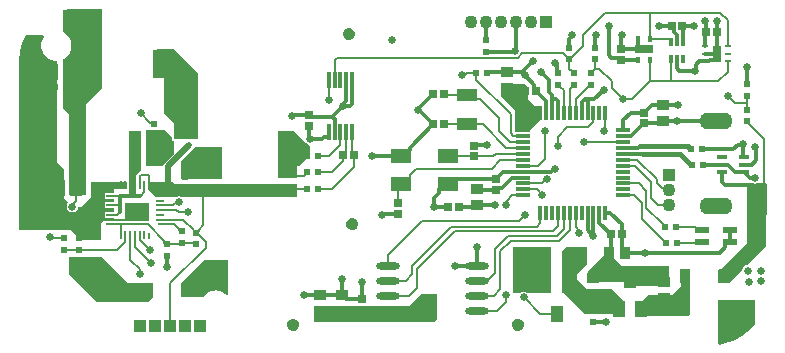
<source format=gbr>
%TF.GenerationSoftware,Altium Limited,Altium Designer,20.2.6 (244)*%
G04 Layer_Physical_Order=1*
G04 Layer_Color=255*
%FSLAX45Y45*%
%MOMM*%
%TF.SameCoordinates,BE144905-350C-4E41-9AB6-63F68E724E9C*%
%TF.FilePolarity,Positive*%
%TF.FileFunction,Copper,L1,Top,Signal*%
%TF.Part,Single*%
G01*
G75*
%TA.AperFunction,SMDPad,CuDef*%
%ADD10R,1.20000X0.30000*%
%ADD11R,0.30000X1.20000*%
%ADD12R,1.80000X1.00000*%
%ADD13R,0.91000X1.22000*%
%ADD14R,0.64000X0.64000*%
%ADD15R,1.00000X0.90000*%
%ADD16R,0.64000X0.64000*%
%ADD17R,0.55000X0.60000*%
%ADD18R,0.60000X0.55000*%
%ADD19R,0.35000X0.55000*%
%ADD20R,1.60000X0.70000*%
%ADD21R,0.35000X0.75000*%
%ADD22R,0.65000X1.35000*%
%ADD23R,0.50000X0.25000*%
%ADD24R,1.20000X0.60000*%
%ADD25R,0.90000X1.00000*%
%ADD26R,1.00000X1.40000*%
%ADD27R,1.40000X1.10000*%
%ADD28R,1.00000X2.00000*%
%ADD29R,0.50000X0.60000*%
%ADD30R,1.10000X1.40000*%
%ADD31R,0.60000X0.50000*%
%ADD32R,2.00000X1.50000*%
%ADD33R,0.50000X0.20000*%
%ADD34R,0.65000X0.20000*%
%ADD35R,0.20000X0.50000*%
%ADD36R,0.20000X0.65000*%
%ADD37R,0.25000X0.36000*%
%ADD38R,1.80000X2.40000*%
%ADD39R,1.80000X1.20000*%
%ADD40R,0.30000X1.45000*%
%ADD41R,0.85000X0.40000*%
%ADD42O,2.00000X0.60000*%
%TA.AperFunction,Conductor*%
%ADD43C,0.15000*%
%ADD44C,0.20000*%
%ADD45C,0.30000*%
%ADD46C,0.40000*%
%ADD47C,0.35000*%
%ADD48C,0.50000*%
%ADD49C,0.38100*%
%TA.AperFunction,ComponentPad*%
%ADD50C,1.10000*%
%ADD51R,1.10000X1.10000*%
G04:AMPARAMS|DCode=52|XSize=1.1mm|YSize=1.1mm|CornerRadius=0.275mm|HoleSize=0mm|Usage=FLASHONLY|Rotation=270.000|XOffset=0mm|YOffset=0mm|HoleType=Round|Shape=RoundedRectangle|*
%AMROUNDEDRECTD52*
21,1,1.10000,0.55000,0,0,270.0*
21,1,0.55000,1.10000,0,0,270.0*
1,1,0.55000,-0.27500,-0.27500*
1,1,0.55000,-0.27500,0.27500*
1,1,0.55000,0.27500,0.27500*
1,1,0.55000,0.27500,-0.27500*
%
%ADD52ROUNDEDRECTD52*%
G04:AMPARAMS|DCode=53|XSize=1.1mm|YSize=1.1mm|CornerRadius=0.1375mm|HoleSize=0mm|Usage=FLASHONLY|Rotation=270.000|XOffset=0mm|YOffset=0mm|HoleType=Round|Shape=RoundedRectangle|*
%AMROUNDEDRECTD53*
21,1,1.10000,0.82500,0,0,270.0*
21,1,0.82500,1.10000,0,0,270.0*
1,1,0.27500,-0.41250,-0.41250*
1,1,0.27500,-0.41250,0.41250*
1,1,0.27500,0.41250,0.41250*
1,1,0.27500,0.41250,-0.41250*
%
%ADD53ROUNDEDRECTD53*%
%ADD54O,2.80000X1.40000*%
%ADD55R,1.10000X1.10000*%
%TA.AperFunction,ViaPad*%
%ADD56C,0.65000*%
G36*
X730000Y2200000D02*
X599764Y2069763D01*
Y1300000D01*
X450000D01*
Y1980000D01*
X400000Y2030000D01*
Y2447271D01*
X402678Y2448381D01*
X404766Y2449776D01*
X407085Y2450737D01*
X423873Y2461954D01*
X425647Y2463728D01*
X427735Y2465124D01*
X442013Y2479401D01*
X443407Y2481488D01*
X445182Y2483263D01*
X456400Y2500051D01*
X457360Y2502370D01*
X458755Y2504458D01*
X466482Y2523112D01*
X466972Y2525574D01*
X467933Y2527894D01*
X471872Y2547696D01*
Y2550207D01*
X472362Y2552669D01*
Y2562765D01*
Y2572860D01*
X471872Y2575322D01*
Y2577833D01*
X467933Y2597636D01*
X466972Y2599955D01*
X466482Y2602417D01*
X458755Y2621071D01*
X457360Y2623159D01*
X456400Y2625478D01*
X445182Y2642266D01*
X443408Y2644040D01*
X442013Y2646128D01*
X427735Y2660405D01*
X425648Y2661800D01*
X423873Y2663575D01*
X407085Y2674793D01*
X404766Y2675753D01*
X402678Y2677148D01*
X400000Y2678258D01*
Y2867481D01*
X457532Y2875270D01*
X487907Y2875378D01*
X487908Y2875378D01*
X599828Y2875660D01*
X599890Y2875672D01*
X599952Y2875661D01*
X688501Y2876314D01*
X730000D01*
Y2200000D01*
D02*
G37*
G36*
X2848323Y2702388D02*
X2862388Y2688323D01*
X2870000Y2669946D01*
Y2660000D01*
Y2650055D01*
X2862388Y2631677D01*
X2848323Y2617612D01*
X2829946Y2610000D01*
X2810055D01*
X2791677Y2617612D01*
X2777612Y2631677D01*
X2770000Y2650055D01*
Y2660000D01*
Y2669946D01*
X2777612Y2688323D01*
X2791677Y2702388D01*
X2810055Y2710000D01*
X2829946D01*
X2848323Y2702388D01*
D02*
G37*
G36*
X4340000Y2210000D02*
Y2110000D01*
X4400000Y2050000D01*
X4450000D01*
Y1940000D01*
X4340000Y1830000D01*
X4230000D01*
Y2020000D01*
X4110000Y2140000D01*
Y2240000D01*
X4310000D01*
X4340000Y2210000D01*
D02*
G37*
G36*
X1540000Y2330000D02*
Y1770000D01*
X1340000D01*
Y1910000D01*
X1260000Y1990000D01*
Y2290000D01*
X1200000Y2350000D01*
Y2530000D01*
X1340000D01*
X1540000Y2330000D01*
D02*
G37*
G36*
X1323764Y1786236D02*
Y1770000D01*
X1325000Y1767016D01*
Y1760000D01*
X1327906D01*
X1328520Y1758519D01*
X1340000Y1753764D01*
Y1647677D01*
X1261162Y1568838D01*
X1252321Y1555607D01*
X1251806Y1553018D01*
X1251505Y1551505D01*
X1240000Y1540000D01*
X1100000D01*
Y1850000D01*
X1260000D01*
X1323764Y1786236D01*
D02*
G37*
G36*
X2444442Y1755558D02*
X2445256Y1751466D01*
X2455755Y1735754D01*
X2471466Y1725256D01*
X2475558Y1724442D01*
X2490000Y1710000D01*
Y1630000D01*
X2400000Y1540000D01*
X2380000D01*
Y1440000D01*
X2220000D01*
Y1840000D01*
X2360000D01*
X2444442Y1755558D01*
D02*
G37*
G36*
X1750000Y1430000D02*
X1400000D01*
Y1580000D01*
X1520000Y1700000D01*
X1750000D01*
Y1430000D01*
D02*
G37*
G36*
X6357760Y1391001D02*
X6355533Y865533D01*
X6196082Y706082D01*
X6181466Y703175D01*
X6165754Y692676D01*
X6155256Y676964D01*
X6152349Y662349D01*
X6039999Y549999D01*
X5950000Y550000D01*
Y661019D01*
X5958981Y670000D01*
X5969999Y669999D01*
X6189999Y889999D01*
X6190000Y1400000D01*
X6234366D01*
X6241466Y1395256D01*
X6260000Y1391569D01*
X6278534Y1395256D01*
X6285634Y1400000D01*
X6348799D01*
X6357760Y1391001D01*
D02*
G37*
G36*
X1350000Y1390000D02*
X2380000D01*
Y1280000D01*
X1405634D01*
X1398534Y1284744D01*
X1380000Y1288431D01*
X1361466Y1284744D01*
X1354366Y1280000D01*
X1190000D01*
X1120000Y1350000D01*
Y1410000D01*
X1330000D01*
X1350000Y1390000D01*
D02*
G37*
G36*
X1060000Y1510000D02*
X1020000Y1470000D01*
Y1272732D01*
X960230D01*
X960000Y1272962D01*
Y1840000D01*
X1060000D01*
Y1510000D01*
D02*
G37*
G36*
X2878323Y1092388D02*
X2892388Y1078323D01*
X2900000Y1059946D01*
Y1050000D01*
Y1040055D01*
X2892388Y1021677D01*
X2878323Y1007612D01*
X2859946Y1000000D01*
X2840055D01*
X2821677Y1007612D01*
X2807612Y1021677D01*
X2800000Y1040055D01*
Y1050000D01*
Y1059946D01*
X2807612Y1078323D01*
X2821677Y1092388D01*
X2840055Y1100000D01*
X2859946D01*
X2878323Y1092388D01*
D02*
G37*
G36*
X240243Y2637300D02*
X232344Y2625478D01*
X231383Y2623159D01*
X229988Y2621071D01*
X222261Y2602417D01*
X221771Y2599954D01*
X220811Y2597635D01*
X216872Y2577833D01*
Y2575322D01*
X216382Y2572860D01*
Y2552669D01*
X216872Y2550207D01*
Y2547697D01*
X220811Y2527894D01*
X221772Y2525574D01*
X222261Y2523112D01*
X229988Y2504458D01*
X231383Y2502370D01*
X232344Y2500051D01*
X243561Y2483264D01*
X245336Y2481489D01*
X246731Y2479401D01*
X261008Y2465124D01*
X263095Y2463729D01*
X264870Y2461954D01*
X281659Y2450737D01*
X283977Y2449776D01*
X286065Y2448381D01*
X304719Y2440654D01*
X307182Y2440164D01*
X309501Y2439204D01*
X329304Y2435265D01*
X331814D01*
X334276Y2434775D01*
X350000D01*
Y1580000D01*
X410000Y1520000D01*
Y1270000D01*
X445755Y1234245D01*
X435256Y1218534D01*
X431569Y1200000D01*
X435256Y1181466D01*
X445755Y1165754D01*
X461466Y1155256D01*
X480000Y1151569D01*
X498534Y1155256D01*
X514246Y1165754D01*
X524744Y1181466D01*
X528431Y1200000D01*
X560000D01*
X640000Y1280000D01*
Y1410000D01*
X940000D01*
Y1350000D01*
X830000D01*
Y1315490D01*
X800000D01*
X797538Y1315000D01*
X752500D01*
Y1265000D01*
X797538D01*
X800000Y1264510D01*
X830000D01*
Y1235490D01*
X800000D01*
X797538Y1235000D01*
X752500D01*
Y1185000D01*
X797538D01*
X800000Y1184510D01*
X830000D01*
Y1155490D01*
X800000D01*
X797538Y1155000D01*
X752500D01*
Y1105000D01*
X797538D01*
X800000Y1104510D01*
X830000D01*
Y1080000D01*
X740000D01*
X720000Y1060000D01*
Y920000D01*
X510000D01*
Y960000D01*
X470000Y1000000D01*
X37416D01*
X28455Y1009000D01*
X30373Y1462086D01*
X30352Y1462194D01*
X30373Y1462302D01*
X27210Y2209373D01*
X27208Y2209381D01*
X27210Y2209389D01*
X26667Y2321759D01*
X26664Y2321775D01*
X26667Y2321792D01*
X26129Y2409644D01*
X25980Y2440047D01*
X33627Y2500370D01*
X49089Y2559176D01*
X72102Y2615461D01*
X91838Y2650000D01*
X234017D01*
X240243Y2637300D01*
D02*
G37*
G36*
X5060000Y841020D02*
X5059999Y769999D01*
X5129998Y700000D01*
X5530000D01*
Y530000D01*
X5180000D01*
Y550000D01*
X5170000Y560000D01*
X4850000D01*
X4850000Y650000D01*
X4979999Y779999D01*
X4980000Y850000D01*
X5051020D01*
X5060000Y841020D01*
D02*
G37*
G36*
X4530000Y470000D02*
X4325633D01*
X4318534Y474744D01*
X4300000Y478431D01*
X4281466Y474744D01*
X4274367Y470000D01*
X4210000D01*
Y860000D01*
X4530000D01*
Y470000D01*
D02*
G37*
G36*
X1800000Y454595D02*
X1787300Y449334D01*
X1777733Y458901D01*
X1775646Y460295D01*
X1773871Y462070D01*
X1757083Y473288D01*
X1754764Y474248D01*
X1752676Y475643D01*
X1734022Y483370D01*
X1731560Y483860D01*
X1729240Y484821D01*
X1709438Y488760D01*
X1706927D01*
X1704465Y489249D01*
X1684274D01*
X1681812Y488760D01*
X1679301D01*
X1659499Y484821D01*
X1657179Y483860D01*
X1654717Y483370D01*
X1636063Y475643D01*
X1633975Y474248D01*
X1631656Y473288D01*
X1614869Y462070D01*
X1613094Y460296D01*
X1611006Y458901D01*
X1596729Y444623D01*
X1595334Y442536D01*
X1593559Y440761D01*
X1586368Y430000D01*
X1400000D01*
Y550000D01*
X1600000Y750000D01*
X1800000D01*
Y454595D01*
D02*
G37*
G36*
X950000Y550000D02*
X1160000D01*
Y430000D01*
X1120000Y390000D01*
X690000D01*
X450000Y630000D01*
Y770000D01*
X730000D01*
X950000Y550000D01*
D02*
G37*
G36*
X4840000Y710000D02*
X4750000Y620000D01*
Y590000D01*
X4840000Y500000D01*
X5050000D01*
X5150000Y400000D01*
Y290000D01*
X4820000D01*
X4630000Y480000D01*
Y820000D01*
X4670000Y860000D01*
X4840000D01*
Y710000D01*
D02*
G37*
G36*
X5710000Y410000D02*
Y290000D01*
X5690000Y270000D01*
X5250000D01*
Y400000D01*
X5300000D01*
X5350000Y450000D01*
X5560000D01*
X5630000Y520000D01*
Y670000D01*
X5710000D01*
Y410000D01*
D02*
G37*
G36*
X3570000Y250000D02*
X3540000Y220000D01*
X2530000D01*
Y360000D01*
X3330000D01*
X3430000Y460000D01*
X3570000D01*
Y250000D01*
D02*
G37*
G36*
X4278323Y242388D02*
X4292388Y228323D01*
X4300000Y209946D01*
Y200000D01*
Y190055D01*
X4292388Y171678D01*
X4278323Y157612D01*
X4259946Y150000D01*
X4240055D01*
X4221677Y157612D01*
X4207612Y171678D01*
X4200000Y190055D01*
Y200000D01*
Y209946D01*
X4207612Y228323D01*
X4221677Y242388D01*
X4240055Y250000D01*
X4259946D01*
X4278323Y242388D01*
D02*
G37*
G36*
X2378323D02*
X2392388Y228323D01*
X2400000Y209946D01*
Y200000D01*
Y190055D01*
X2392388Y171678D01*
X2378323Y157612D01*
X2359946Y150000D01*
X2340055D01*
X2321678Y157612D01*
X2307612Y171678D01*
X2300000Y190055D01*
Y200000D01*
Y209946D01*
X2307612Y228323D01*
X2321678Y242388D01*
X2340055Y250000D01*
X2359946D01*
X2378323Y242388D01*
D02*
G37*
G36*
X6260000Y209530D02*
X6238612Y181895D01*
X6195435Y139082D01*
X6147034Y102275D01*
X6094242Y72108D01*
X6037958Y49094D01*
X5979154Y33630D01*
X5959529Y31142D01*
X5950000Y39538D01*
Y410000D01*
X6260000D01*
Y209530D01*
D02*
G37*
D10*
X4292475Y1845050D02*
D03*
Y1795050D02*
D03*
Y1745050D02*
D03*
Y1695050D02*
D03*
Y1645050D02*
D03*
Y1595050D02*
D03*
Y1545050D02*
D03*
Y1495050D02*
D03*
Y1445050D02*
D03*
Y1395050D02*
D03*
Y1345050D02*
D03*
Y1295050D02*
D03*
X5142475D02*
D03*
Y1345050D02*
D03*
Y1395050D02*
D03*
Y1445050D02*
D03*
Y1495050D02*
D03*
Y1545050D02*
D03*
Y1595050D02*
D03*
Y1645050D02*
D03*
Y1695050D02*
D03*
Y1745050D02*
D03*
Y1795050D02*
D03*
Y1845050D02*
D03*
D11*
X4442475Y1145050D02*
D03*
X4492475D02*
D03*
X4542475D02*
D03*
X4592475D02*
D03*
X4642475D02*
D03*
X4692475D02*
D03*
X4742475D02*
D03*
X4792475D02*
D03*
X4842475D02*
D03*
X4892475D02*
D03*
X4942475D02*
D03*
X4992475D02*
D03*
Y1995050D02*
D03*
X4942475D02*
D03*
X4892475D02*
D03*
X4842475D02*
D03*
X4792475D02*
D03*
X4742475D02*
D03*
X4692475D02*
D03*
X4642475D02*
D03*
X4592475D02*
D03*
X4542475D02*
D03*
X4492475D02*
D03*
X4442475D02*
D03*
D12*
X3820000Y1895725D02*
D03*
Y2145725D02*
D03*
D13*
X5666500Y350000D02*
D03*
X5993500D02*
D03*
X5666500Y610000D02*
D03*
X5993500D02*
D03*
X1116500Y490000D02*
D03*
X1443500D02*
D03*
X4793500Y800000D02*
D03*
X4466500D02*
D03*
D14*
X4070000Y1344000D02*
D03*
Y1436000D02*
D03*
X3240000Y1134000D02*
D03*
Y1226000D02*
D03*
X3880000Y1716000D02*
D03*
Y1624000D02*
D03*
X5128794Y2444000D02*
D03*
Y2536000D02*
D03*
X2930000Y324000D02*
D03*
Y416000D02*
D03*
X2487475Y1880000D02*
D03*
Y1972000D02*
D03*
X5320000Y1904000D02*
D03*
Y1996000D02*
D03*
D15*
X3910000Y1212500D02*
D03*
Y1347500D02*
D03*
X4157475Y2200076D02*
D03*
Y2335076D02*
D03*
X5477525Y2060000D02*
D03*
Y1925000D02*
D03*
X5489975Y422500D02*
D03*
Y557500D02*
D03*
X4890000Y462500D02*
D03*
Y597500D02*
D03*
X2760000Y312500D02*
D03*
Y447500D02*
D03*
X2574974Y312500D02*
D03*
Y447500D02*
D03*
D16*
X3660000Y1200000D02*
D03*
X3752000D02*
D03*
X3534000Y2150000D02*
D03*
X3626000D02*
D03*
X3536475Y1900000D02*
D03*
X3628475D02*
D03*
X5844000Y2675041D02*
D03*
X5936000D02*
D03*
X5130000Y967525D02*
D03*
X5038000D02*
D03*
X2866000Y1640000D02*
D03*
X2774000D02*
D03*
X5554000Y2730000D02*
D03*
X5646000D02*
D03*
X4407475Y2180051D02*
D03*
X4315475D02*
D03*
D17*
X3900000Y2330000D02*
D03*
X3995000D02*
D03*
X5815000Y1685025D02*
D03*
X5720000D02*
D03*
X5817500Y1550000D02*
D03*
X5722500D02*
D03*
X5500000Y1030000D02*
D03*
X5595000D02*
D03*
X5502500Y894975D02*
D03*
X5597500D02*
D03*
X2562525Y1625025D02*
D03*
X2467525D02*
D03*
X2562525Y1490000D02*
D03*
X2467525D02*
D03*
X2562525Y1350000D02*
D03*
X2467525D02*
D03*
D18*
X3980000Y2512500D02*
D03*
Y2607500D02*
D03*
X4687475Y2542576D02*
D03*
Y2447576D02*
D03*
X4592450Y2232551D02*
D03*
Y2327551D02*
D03*
X4727475Y2232551D02*
D03*
Y2327551D02*
D03*
X4867384Y2232551D02*
D03*
Y2327551D02*
D03*
X4907475Y2542577D02*
D03*
Y2447577D02*
D03*
X6190000Y2140000D02*
D03*
Y2235000D02*
D03*
X4890000Y315000D02*
D03*
Y220000D02*
D03*
X6190000Y2015000D02*
D03*
Y1920000D02*
D03*
D19*
X5270000Y2437500D02*
D03*
X5370000D02*
D03*
Y2622500D02*
D03*
X5270000D02*
D03*
D20*
X5320000Y2530000D02*
D03*
D21*
X5550000Y2450000D02*
D03*
X5600000D02*
D03*
X5650000D02*
D03*
Y2590000D02*
D03*
X5600000D02*
D03*
X5550000D02*
D03*
D22*
X5935001Y2495001D02*
D03*
D23*
X6030001Y2560001D02*
D03*
Y2495001D02*
D03*
Y2430001D02*
D03*
X5840001D02*
D03*
Y2495001D02*
D03*
Y2560001D02*
D03*
D24*
X5810000Y1000000D02*
D03*
Y900000D02*
D03*
X6050000D02*
D03*
Y1000000D02*
D03*
D25*
X5157500Y810000D02*
D03*
X5022500D02*
D03*
D26*
X5105000Y332500D02*
D03*
X5295000D02*
D03*
X5200000Y577500D02*
D03*
X4674974Y537500D02*
D03*
X4484975D02*
D03*
X4579974Y292500D02*
D03*
D27*
X2310000Y1340000D02*
D03*
Y1490000D02*
D03*
X1590025Y1335000D02*
D03*
Y1485000D02*
D03*
D28*
X1010000Y1740000D02*
D03*
X510000D02*
D03*
D29*
X430000Y2210000D02*
D03*
X330000D02*
D03*
D30*
X455000Y2340000D02*
D03*
X305000D02*
D03*
X515000Y1359975D02*
D03*
X365000D02*
D03*
D31*
X1280000Y780000D02*
D03*
Y880000D02*
D03*
X1405025Y990000D02*
D03*
Y890000D02*
D03*
X1530050Y980000D02*
D03*
Y880000D02*
D03*
X540000Y830000D02*
D03*
Y930000D02*
D03*
X410000Y830000D02*
D03*
Y930000D02*
D03*
X1430000Y1350000D02*
D03*
Y1450000D02*
D03*
X1370000Y1800000D02*
D03*
X1170000Y1705000D02*
D03*
Y1895000D02*
D03*
D32*
X1030000Y1150000D02*
D03*
D33*
X1227500Y1050000D02*
D03*
D34*
X1220000Y1290000D02*
D03*
Y1250000D02*
D03*
Y1210000D02*
D03*
Y1170000D02*
D03*
Y1130000D02*
D03*
Y1090000D02*
D03*
X800000Y1050000D02*
D03*
Y1090000D02*
D03*
Y1130000D02*
D03*
Y1170000D02*
D03*
Y1210000D02*
D03*
Y1250000D02*
D03*
Y1290000D02*
D03*
D35*
X1130000Y952500D02*
D03*
D36*
X1090000Y960000D02*
D03*
X1050000D02*
D03*
X1010000D02*
D03*
X970000D02*
D03*
X930000D02*
D03*
X890000D02*
D03*
Y1380000D02*
D03*
X930000D02*
D03*
X970000D02*
D03*
X1130000D02*
D03*
X1090000D02*
D03*
X1050000D02*
D03*
X1010000D02*
D03*
D37*
X1470000Y1800000D02*
D03*
Y1720000D02*
D03*
D38*
X1250000Y2410000D02*
D03*
X650000D02*
D03*
D39*
X3660000Y1630725D02*
D03*
X3260000Y1390725D02*
D03*
X3660000D02*
D03*
X3260000Y1630725D02*
D03*
D40*
X2650000Y2270001D02*
D03*
X2850000D02*
D03*
X2800000D02*
D03*
X2750000D02*
D03*
X2700000D02*
D03*
X2650000Y1830000D02*
D03*
X2700000D02*
D03*
X2750000D02*
D03*
X2800000D02*
D03*
X2850000D02*
D03*
D41*
X6165000Y1490000D02*
D03*
Y1555000D02*
D03*
Y1620000D02*
D03*
X5980000D02*
D03*
Y1490000D02*
D03*
D42*
X3910000Y319500D02*
D03*
X3150000Y700500D02*
D03*
Y319500D02*
D03*
Y573500D02*
D03*
Y446499D02*
D03*
X3910000Y573500D02*
D03*
Y700500D02*
D03*
Y446500D02*
D03*
D43*
X1550050Y965000D02*
X1552550Y962500D01*
Y957450D02*
Y962500D01*
Y957450D02*
X1610000Y900000D01*
X1310000Y550000D02*
X1610000Y850000D01*
Y900000D01*
X1310000Y190000D02*
Y550000D01*
D44*
X4300000Y430000D02*
X4437500Y292500D01*
X4150000Y390000D02*
Y450000D01*
X4079500Y319500D02*
X4150000Y390000D01*
X4635051Y2497500D02*
X4684975Y2447576D01*
X4251317Y2460000D02*
X4288817Y2497500D01*
X2700000Y2438284D02*
X2721716Y2460000D01*
X4251317D01*
X4288817Y2497500D02*
X4635051D01*
X2700000Y2270001D02*
Y2438284D01*
X4455050Y1395050D02*
X4492550Y1432550D01*
X4500000D01*
X4770000Y980000D02*
Y996691D01*
X4742475Y1024216D02*
X4770000Y996691D01*
X1155000Y1910000D02*
X1170000Y1895000D01*
X1140000Y1910000D02*
X1155000D01*
X1060000Y1990000D02*
X1140000Y1910000D01*
X1050000Y630000D02*
Y670000D01*
X970000Y750000D02*
X1050000Y670000D01*
X970000Y750000D02*
Y960000D01*
X1010000Y860000D02*
X1150000Y720000D01*
X1010000Y860000D02*
Y960000D01*
X1180000Y187000D02*
X1183000Y190000D01*
X1056000D02*
Y199471D01*
X1310000Y190000D02*
X1313284Y186715D01*
X1260000Y895000D02*
X1275000Y880000D01*
X1420050Y1090000D02*
X1510050Y1000000D01*
X1280000Y880000D02*
X1395025D01*
X1510050Y995000D02*
Y1000000D01*
X1260000Y895000D02*
Y910000D01*
X1525050Y980000D02*
X1530050D01*
X1120000Y1050000D02*
X1260000Y910000D01*
X1510050Y995000D02*
X1525050Y980000D01*
X890000Y1050000D02*
X1120000D01*
X1220000Y1090000D02*
X1420050D01*
X1275000Y880000D02*
X1280000D01*
X1530050Y980000D02*
X1535050D01*
X1061716Y1470000D02*
X1118284D01*
X1130000Y1380000D02*
Y1458284D01*
X1118284Y1470000D02*
X1130000Y1458284D01*
X1050000Y1380000D02*
Y1458284D01*
X1061716Y1470000D01*
X4684975Y2447576D02*
X4687475D01*
X6340000Y1400000D02*
Y1770000D01*
X6270000Y1330000D02*
X6340000Y1400000D01*
X3910000Y319500D02*
X4079500D01*
X6190000Y1920000D02*
X6192500D01*
X6210000Y1902500D01*
Y1900000D02*
Y1902500D01*
Y1900000D02*
X6340000Y1770000D01*
X4814950Y1745050D02*
X5142475D01*
X4810000Y1750000D02*
X4814950Y1745050D01*
X4980000Y1840000D02*
Y1857589D01*
X4992475Y1870064D01*
Y1995050D01*
X4850000Y1870000D02*
X4892475Y1912475D01*
X4670000Y1870000D02*
X4850000D01*
X4590000Y1710000D02*
Y1790000D01*
X4670000Y1870000D01*
X4892475Y1912475D02*
Y1995050D01*
X4480000Y1600000D02*
Y1840000D01*
X4292475Y1545050D02*
X4425050D01*
X4480000Y1600000D01*
X3817589Y2330000D02*
X3900000D01*
X3797589Y2310000D02*
X3817589Y2330000D01*
X3780000Y2310000D02*
X3797589D01*
X3240000Y1226000D02*
Y1370725D01*
X3260000Y1390725D01*
X4105050Y1595050D02*
X4292475D01*
X4030000Y1520000D02*
X4105050Y1595050D01*
X3389275Y1520000D02*
X4030000D01*
X3260000Y1390725D02*
X3286213D01*
X3336213Y1440725D01*
Y1466938D01*
X3389275Y1520000D01*
X3666725Y1624000D02*
X3880000D01*
X3660000Y1630725D02*
X3666725Y1624000D01*
X3880000D02*
X4044000D01*
X4065050Y1645050D02*
X4292475D01*
X4044000Y1624000D02*
X4065050Y1645050D01*
X4150000Y1210000D02*
X4158610Y1218610D01*
Y1248611D01*
X4205050Y1295050D01*
X3150000Y790000D02*
X3440000Y1080000D01*
X4260000D02*
X4310000Y1130000D01*
X3440000Y1080000D02*
X4260000D01*
X4154950Y1695050D02*
X4292475D01*
X3820000Y1895725D02*
X3954275D01*
X4154950Y1695050D01*
X3628475Y1900000D02*
X3815725D01*
X3820000Y1895725D01*
X3630275Y2145725D02*
X3820000D01*
X3626000Y2150000D02*
X3630275Y2145725D01*
X3820000D02*
X3854010Y2111716D01*
X3928284D01*
X4090000Y1950000D01*
Y1840000D02*
X4184949Y1745050D01*
X4090000Y1840000D02*
Y1950000D01*
X4184949Y1745050D02*
X4292475D01*
X800000Y1090000D02*
X970000D01*
X1030000Y1150000D01*
X1535050Y980000D02*
X1550050Y965000D01*
X1590025Y1044975D02*
Y1335000D01*
X1550050Y1005000D02*
X1590025Y1044975D01*
X1550050Y995000D02*
Y1005000D01*
X1535050Y980000D02*
X1550050Y995000D01*
X1380000Y1150000D02*
X1460000D01*
X1220000Y1170000D02*
X1360000D01*
X1380000Y1150000D01*
X1227500Y1050000D02*
X1345025D01*
X1385025Y1010000D01*
Y1005000D02*
Y1010000D01*
Y1005000D02*
X1400025Y990000D01*
X1405025D01*
Y890000D02*
X1520050D01*
X1530050Y880000D01*
X1395025D02*
X1405025Y890000D01*
X800000Y1050000D02*
X890000D01*
Y960000D02*
Y1050000D01*
X300000Y930000D02*
X410000D01*
X290000Y940000D02*
X300000Y930000D01*
X480000Y1200000D02*
Y1209216D01*
X515000Y1244216D01*
Y1359975D01*
X410000Y830000D02*
X540000D01*
X930000Y900000D02*
Y960000D01*
X860000Y830000D02*
X930000Y900000D01*
X540000Y830000D02*
X860000D01*
X800000Y1210000D02*
X870000D01*
X880000Y1220000D01*
X800000Y1290000D02*
X880000D01*
X1090000Y1320000D02*
Y1380000D01*
X1060000Y1290000D02*
X1090000Y1320000D01*
X1050000Y1290000D02*
X1060000D01*
X800000Y1130000D02*
X860000D01*
X880000Y1150000D01*
X1220000Y1210000D02*
X1335784D01*
X1365784Y1240000D01*
X1380000D01*
X1050000Y920000D02*
Y960000D01*
Y920000D02*
X1140000Y830000D01*
X1170000Y1895000D02*
X1175000D01*
X1190000Y1880000D01*
X2650000Y2270001D02*
X2650000Y2270000D01*
Y2100000D02*
Y2270000D01*
X5140000Y2110000D02*
X5220000D01*
X5370000Y2260000D01*
X5050000Y2200000D02*
X5140000Y2110000D01*
X5050000Y2200000D02*
Y2260000D01*
X6190000Y2077500D02*
Y2140000D01*
Y2015000D02*
Y2077500D01*
X4292475Y1395050D02*
X4455050D01*
X4414950Y1345050D02*
X4460000Y1300000D01*
X4292475Y1345050D02*
X4414950D01*
X6030000Y2140000D02*
X6092500Y2077500D01*
X6190000D01*
X4437500Y292500D02*
X4579974D01*
X4205050Y1295050D02*
X4292475D01*
X3150000Y700500D02*
Y790000D01*
X4742475Y1024216D02*
Y1145050D01*
X3150000Y573500D02*
X3303500D01*
X3360000Y630000D01*
Y700000D01*
X3690000Y1030000D01*
X4410000D01*
X4442475Y1062475D02*
Y1145050D01*
X4410000Y1030000D02*
X4442475Y1062475D01*
X3150000Y446499D02*
X3156500Y440000D01*
X3330000D01*
X3400000Y510000D01*
Y670000D01*
X3720000Y990000D02*
X4550000D01*
X3400000Y670000D02*
X3720000Y990000D01*
X4592475Y1032475D02*
Y1145050D01*
X4550000Y990000D02*
X4592475Y1032475D01*
X3910000Y446500D02*
X4046500D01*
X4100000Y500000D01*
Y820000D01*
X4190000Y910000D02*
X4600000D01*
X4100000Y820000D02*
X4190000Y910000D01*
X4692475Y1002475D02*
Y1145050D01*
X4600000Y910000D02*
X4692475Y1002475D01*
X4170000Y950000D02*
X4580000D01*
X4642475Y1012475D02*
Y1145050D01*
X4580000Y950000D02*
X4642475Y1012475D01*
X3910000Y573500D02*
X3990824D01*
X4006500Y589176D01*
X4009176D01*
X4060000Y640000D01*
Y840000D01*
X4170000Y950000D01*
X4687475Y2367551D02*
Y2447576D01*
X5370000Y2622500D02*
Y2840000D01*
Y2622500D02*
X5375000Y2617500D01*
X4990000Y2840000D02*
X5370000D01*
X5965459D01*
X2562525Y1625025D02*
X2655025D01*
X2750000Y1720000D02*
Y1830000D01*
X2655025Y1625025D02*
X2750000Y1720000D01*
X2774000Y1640000D02*
X2796000Y1662000D01*
Y1669717D01*
X2800000Y1673716D01*
Y1830000D01*
X2850000Y1656000D02*
X2866000Y1640000D01*
X2850000Y1656000D02*
Y1830000D01*
X2866000Y1536000D02*
Y1640000D01*
X2680000Y1350000D02*
X2866000Y1536000D01*
X2562525Y1350000D02*
X2680000D01*
X2774000Y1584000D02*
Y1640000D01*
X2680000Y1490000D02*
X2774000Y1584000D01*
X2562525Y1490000D02*
X2680000D01*
X2467525Y1487500D02*
Y1490000D01*
X2450025Y1470000D02*
X2467525Y1487500D01*
X2450000Y1470000D02*
X2450025D01*
X2440000Y1460000D02*
X2450000Y1470000D01*
X2340000Y1460000D02*
X2440000D01*
X2310000Y1490000D02*
X2340000Y1460000D01*
X2310000Y1340000D02*
X2320000Y1350000D01*
X2467525D01*
X3900000Y2270000D02*
Y2330000D01*
Y2270000D02*
X4190000Y1980000D01*
Y1820000D02*
Y1980000D01*
Y1820000D02*
X4214950Y1795050D01*
X4292475D01*
X5965459Y2840000D02*
X6030001Y2775459D01*
Y2560001D02*
Y2775459D01*
X5550000Y2590000D02*
Y2610000D01*
X5542500Y2617500D02*
X5550000Y2610000D01*
X5375000Y2617500D02*
X5542500D01*
X4800000Y2650000D02*
X4990000Y2840000D01*
X4687475Y2447576D02*
X4689975D01*
X4707475Y2465076D01*
Y2467576D01*
X4800000Y2560101D01*
Y2650000D01*
X5370000Y2260000D02*
X5550000D01*
X5370000Y2260000D02*
Y2437500D01*
X5370000Y2260000D02*
X5370000Y2260000D01*
X5550000Y2260000D02*
X5950000D01*
X5550000D02*
Y2450000D01*
X6030001Y2340001D02*
Y2430001D01*
X5950000Y2260000D02*
X6030001Y2340001D01*
X4942358Y2367642D02*
X5050000Y2260000D01*
X4907475Y2367642D02*
X4942358D01*
X4867384Y2327551D02*
X4869884D01*
X4887384Y2345051D01*
Y2347551D01*
X4907475Y2367642D01*
Y2447577D01*
X4724975Y2327551D02*
X4727475D01*
X4707475Y2345051D02*
X4724975Y2327551D01*
X4707475Y2345051D02*
Y2347551D01*
X4687475Y2367551D02*
X4707475Y2347551D01*
X4742475Y1995050D02*
Y2107642D01*
X4847384Y2212551D01*
Y2215051D01*
X4864884Y2232551D01*
X4867384D01*
X4692475Y1995050D02*
Y2197551D01*
X4707475Y2212551D01*
Y2215050D01*
X4724975Y2232551D01*
X4727475D01*
X4642475Y1995050D02*
Y2182526D01*
X4612450Y2212551D02*
X4642475Y2182526D01*
X4612450Y2212551D02*
Y2215051D01*
X4594950Y2232551D02*
X4612450Y2215051D01*
X4592450Y2232551D02*
X4594950D01*
X5597500Y894975D02*
X5804975D01*
X5810000Y900000D01*
X5595000Y1030000D02*
X5750000D01*
X5780000Y1000000D01*
X5810000D01*
X5502500Y894975D02*
Y897475D01*
X5485000Y914975D02*
X5502500Y897475D01*
X5482500Y914975D02*
X5485000D01*
X5300000Y1097475D02*
X5482500Y914975D01*
X5300000Y1097475D02*
Y1230000D01*
X5480000Y1050000D02*
X5482500D01*
X5340000Y1190000D02*
X5480000Y1050000D01*
X5482500D02*
X5500000Y1032500D01*
X5340000Y1190000D02*
Y1330000D01*
X5234950Y1295050D02*
X5300000Y1230000D01*
X5142475Y1295050D02*
X5234950D01*
X5500000Y1030000D02*
Y1032500D01*
X5142475Y1395050D02*
X5274950D01*
X5340000Y1330000D01*
X5270051Y1697295D02*
X5271001Y1698245D01*
X5306755Y1643245D02*
X5310409Y1646900D01*
X5142475Y1695050D02*
X5144720Y1697295D01*
X5512779Y1357221D02*
X5530000Y1340000D01*
X5472779Y1357221D02*
X5512779D01*
X5430000Y1400000D02*
X5472779Y1357221D01*
X5264950Y1595050D02*
X5430000Y1430000D01*
Y1400000D02*
Y1430000D01*
X5142475Y1595050D02*
X5264950D01*
X5437000Y1213000D02*
X5530000D01*
X5380000Y1270000D02*
X5437000Y1213000D01*
X5244950Y1545050D02*
X5380000Y1410000D01*
Y1270000D02*
Y1410000D01*
X5142475Y1545050D02*
X5244950D01*
D45*
X4157475Y2335076D02*
X4285076D01*
X4380000Y2430000D01*
X4222500Y2512500D02*
X4230000Y2520000D01*
X3980000Y2512500D02*
X4222500D01*
X4292475Y1495050D02*
X4530167D01*
X4555117Y1520000D01*
X4570000D01*
X4892475Y1091263D02*
Y1145050D01*
X4890000Y1088788D02*
X4892475Y1091263D01*
X4890000Y950000D02*
Y1088788D01*
X4842475Y997525D02*
Y1145050D01*
Y997525D02*
X4890000Y950000D01*
X3910000Y700500D02*
Y860000D01*
X2930000Y416000D02*
Y560000D01*
X2760000Y447500D02*
X2760000Y447501D01*
Y590000D01*
X1280000Y690000D02*
Y780000D01*
X4710000Y2640529D02*
Y2650000D01*
X4687475Y2618004D02*
X4710000Y2640529D01*
X4907475Y2542577D02*
Y2647475D01*
X4910000Y2650000D01*
X4687475Y2542576D02*
Y2618004D01*
X4580524Y2339478D02*
X4592450Y2327551D01*
X4580524Y2339478D02*
Y2401976D01*
X4570000Y2412500D02*
X4580524Y2401976D01*
X2342000Y1972000D02*
X2487475D01*
X2340000Y1970000D02*
X2342000Y1972000D01*
X2487475Y1772525D02*
X2592525D01*
X4450000Y2340000D02*
X4520000Y2270000D01*
X4237000Y2527000D02*
Y2760000D01*
X4230000Y2520000D02*
X4237000Y2527000D01*
X6260000Y1700000D02*
X6270000Y1690000D01*
Y1590000D02*
Y1690000D01*
X6165000Y1555000D02*
X6235000D01*
X6270000Y1590000D01*
X3416475Y2020000D02*
X3536475Y1900000D01*
X3410000Y2020000D02*
X3416475D01*
X3410000Y2026000D02*
X3534000Y2150000D01*
X3410000Y2020000D02*
Y2026000D01*
X3335000Y1698525D02*
X3536475Y1900000D01*
X3335000Y1675725D02*
Y1698525D01*
X3290000Y1630725D02*
X3335000Y1675725D01*
X3260000Y1630725D02*
X3290000D01*
X3884000Y1720000D02*
X3990000D01*
X3880000Y1716000D02*
X3884000Y1720000D01*
X3630000Y1390725D02*
X3660000D01*
X3585000Y1345725D02*
X3630000Y1390725D01*
X3585000Y1315725D02*
Y1345725D01*
X3540000Y1270725D02*
X3585000Y1315725D01*
X3540000Y1200000D02*
Y1270725D01*
X3735275Y1436000D02*
X4070000D01*
X3690000Y1390725D02*
X3735275Y1436000D01*
X3660000Y1390725D02*
X3690000D01*
X6220000Y1380000D02*
X6270000Y1330000D01*
X6010000Y1380000D02*
X6220000D01*
X5980000Y1410000D02*
Y1490000D01*
Y1410000D02*
X6010000Y1380000D01*
X6050000Y900000D02*
Y1000000D01*
X6020000Y900000D02*
X6050000D01*
X6005000Y885000D02*
X6020000Y900000D01*
X6005000Y855000D02*
Y885000D01*
X5960000Y810000D02*
X6005000Y855000D01*
X5330000Y810000D02*
X5960000D01*
X6190000Y2235000D02*
Y2380000D01*
X3020725Y1630725D02*
X3260000D01*
X3020000Y1630000D02*
X3020725Y1630725D01*
X3540000Y1200000D02*
X3660000D01*
X3104000Y1134000D02*
X3240000D01*
X3100000Y1130000D02*
X3104000Y1134000D01*
X3910000Y1212500D02*
X4057500D01*
X4060000Y1210000D01*
X3752000Y1200000D02*
X3897500D01*
X3910000Y1212500D01*
X3913500Y1344000D02*
X4070000D01*
X3910000Y1347500D02*
X3913500Y1344000D01*
X4070000D02*
X4086820Y1360820D01*
X4120820D01*
X4205051Y1445050D02*
X4292475D01*
X4120820Y1360820D02*
X4205051Y1445050D01*
X4129050Y1495050D02*
X4292475D01*
X4070000Y1436000D02*
X4129050Y1495050D01*
X1170000Y1590000D02*
Y1705000D01*
X4942475Y1063050D02*
X5038000Y967525D01*
X4942475Y1063050D02*
Y1145050D01*
X2442500Y447500D02*
X2574974D01*
X2440000Y450000D02*
X2442500Y447500D01*
X3720500Y700500D02*
X3910000D01*
X3720000Y700000D02*
X3720500Y700500D01*
X2574974Y447500D02*
X2760000D01*
X2796500Y416000D02*
X2930000D01*
X2765000Y447500D02*
X2796500Y416000D01*
X2760000Y447500D02*
X2765000D01*
X4890000Y220000D02*
X5000000D01*
X5157500Y810000D02*
X5330000D01*
X5038000Y825500D02*
Y967525D01*
X5022500Y810000D02*
X5038000Y825500D01*
X5130000Y837500D02*
Y967525D01*
Y837500D02*
X5157500Y810000D01*
X5130000Y967525D02*
Y1050000D01*
X4992475Y1145050D02*
X5034950D01*
X5130000Y1050000D01*
X3983000Y2610500D02*
Y2760000D01*
X3980000Y2607500D02*
X3983000Y2610500D01*
X5128794Y2536000D02*
Y2648795D01*
X5130000Y2650000D01*
X5646000Y2730000D02*
X5650000Y2726000D01*
X5646000Y2730000D02*
X5646000Y2730000D01*
X5740000D01*
X5928500Y1920000D02*
X5931000Y1922500D01*
X5600000Y1920000D02*
X5928500D01*
X5477525Y1925000D02*
X5595000D01*
X5600000Y1920000D01*
X5477525Y2060000D02*
X5610000D01*
X4390475Y2197051D02*
X4407475Y2180051D01*
X4390475Y2197051D02*
Y2229525D01*
X4310000Y2310000D02*
X4390475Y2229525D01*
X4000076Y2335076D02*
X4157475D01*
X3995000Y2330000D02*
X4000076Y2335076D01*
X2850000Y2067574D02*
Y2270001D01*
X2770000Y2050000D02*
X2770659Y2050659D01*
X2833085D01*
X2850000Y2067574D01*
X2800000Y2094883D02*
Y2270001D01*
X2770000Y2064883D02*
X2800000Y2094883D01*
X2770000Y2050000D02*
Y2064883D01*
X2680000Y1960000D02*
X2770000Y2050000D01*
X2487475Y1972000D02*
X2499475Y1960000D01*
X2680000D01*
X2700000Y1830000D02*
Y1940000D01*
X2680000Y1960000D02*
X2700000Y1940000D01*
X2607574Y1787574D02*
X2650000D01*
Y1830000D01*
X2592525Y1772525D02*
X2607574Y1787574D01*
X2487475Y1772525D02*
Y1880000D01*
X5112794Y2460000D02*
X5128794Y2444000D01*
X5040000Y2460000D02*
X5112794D01*
X5020000Y2480000D02*
Y2730000D01*
Y2480000D02*
X5040000Y2460000D01*
X5450000Y2730000D02*
X5450000Y2730000D01*
X5554000D01*
X5842000Y2677041D02*
X5844000Y2675041D01*
X5842000Y2677041D02*
Y2768000D01*
X5840000Y2770000D02*
X5842000Y2768000D01*
X4542475Y2110000D02*
Y2147525D01*
Y1995050D02*
Y2110000D01*
X4592475Y1995050D02*
Y2092426D01*
X4574901Y2110000D02*
X4592475Y2092426D01*
X4542475Y2110000D02*
X4574901D01*
X4520000Y2170000D02*
Y2270000D01*
Y2170000D02*
X4542475Y2147525D01*
X4492475Y1995050D02*
Y2095050D01*
X4407475Y2180051D02*
X4492475Y2095050D01*
X4842475Y1995050D02*
Y2087525D01*
X4820000Y2110000D02*
X4842475Y2087525D01*
X4900000Y2110000D02*
X4980000Y2190000D01*
X4820000Y2110000D02*
X4900000D01*
X4792475Y1995050D02*
Y2082475D01*
X4820000Y2110000D01*
X5320000Y1904000D02*
X5456526D01*
X5477525Y1925000D01*
X5142475Y1795050D02*
X5211050D01*
X5320000Y1904000D01*
Y1996000D02*
X5384000Y2060000D01*
X5477525D01*
X5206000Y1996000D02*
X5320000D01*
X5142475Y1932475D02*
X5206000Y1996000D01*
X5142475Y1845050D02*
Y1932475D01*
X5938000Y2768000D02*
X5940000Y2770000D01*
X5938000Y2677041D02*
Y2768000D01*
X5936000Y2675041D02*
X5938000Y2677041D01*
X5790001Y2430001D02*
X5840001D01*
X5760524Y2400524D02*
X5790001Y2430001D01*
X5750000Y2350000D02*
X5760524Y2360524D01*
Y2400524D01*
X5620000Y2350000D02*
X5750000D01*
X5600000Y2370000D02*
X5620000Y2350000D01*
X5600000Y2370000D02*
Y2450000D01*
X5935001Y2495001D02*
Y2674042D01*
X5936000Y2675041D01*
X5840001Y2560001D02*
Y2671042D01*
X5844000Y2675041D01*
X5840001Y2495001D02*
X5935001D01*
X5840001Y2430001D02*
X5870001D01*
X5883181Y2443181D01*
X5917501D01*
X5935001Y2460681D01*
Y2495001D01*
X5554000Y2730000D02*
X5570000Y2714000D01*
Y2680000D02*
Y2714000D01*
X5600000Y2590000D02*
Y2650000D01*
X5570000Y2680000D02*
X5600000Y2650000D01*
X5650000Y2590000D02*
Y2726000D01*
X5270000Y2550000D02*
X5284000Y2536000D01*
X5314000D01*
X5128794D02*
X5284000D01*
X5314000D02*
X5320000Y2530000D01*
X5135294Y2437500D02*
X5270000D01*
X5128794Y2444000D02*
X5135294Y2437500D01*
X5270000Y2550000D02*
Y2622500D01*
X3735263Y1216737D02*
X3752000Y1200000D01*
X3910000Y1347500D02*
X3936000Y1373500D01*
X5144720Y1697295D02*
X5270051D01*
X5271001Y1698245D02*
X5282755Y1710000D01*
X5290000D01*
X5270051Y1698245D02*
X5271001D01*
X5142475Y1645050D02*
X5144280Y1643245D01*
X5306755D01*
D46*
X2930000Y324000D02*
X2934500Y319500D01*
X3150000D01*
X2760000Y312500D02*
X2918500D01*
X2930000Y324000D01*
X2574974Y312500D02*
X2760000D01*
X3150000Y319500D02*
X3150500Y320000D01*
X3400000D01*
D47*
X6215000Y1440000D02*
X6260000D01*
X6165000Y1490000D02*
X6215000Y1440000D01*
X6154260Y1724260D02*
X6160000Y1730000D01*
X6116710Y1724260D02*
X6154260D01*
X6077475Y1685025D02*
X6116710Y1724260D01*
X6140000Y1622500D02*
Y1622500D01*
X5815000Y1685025D02*
X6077475D01*
X6140000Y1622500D02*
X6142500Y1620000D01*
X6160000Y1625000D02*
Y1730000D01*
Y1625000D02*
X6165000Y1620000D01*
X6090000Y1490000D02*
X6165000D01*
X880000Y1220000D02*
Y1290000D01*
Y1150000D02*
Y1220000D01*
Y1290000D02*
X1050000D01*
X6142500Y1620000D02*
X6165000D01*
X6030000Y1550000D02*
X6090000Y1490000D01*
X5817500Y1550000D02*
X6030000D01*
D48*
X1319289Y1350000D02*
X1430000D01*
X1290000Y1379290D02*
X1319289Y1350000D01*
X1290000Y1540000D02*
X1470000Y1720000D01*
X1290000Y1379290D02*
Y1540000D01*
X1370000Y1800000D02*
X1470000D01*
X1470000Y1800000D01*
X1250000Y2380000D02*
Y2410000D01*
Y2380000D02*
X1315000Y2315000D01*
X1340711D01*
X1370000Y2285710D01*
Y1800000D02*
Y2285710D01*
D49*
X5703256Y1695975D02*
X5711550D01*
X5689231Y1710000D02*
X5703256Y1695975D01*
X5290000Y1710000D02*
X5689231D01*
X5310409Y1646900D02*
X5625600D01*
X5711550Y1695975D02*
X5720000Y1687525D01*
X5711550Y1560950D02*
X5714050D01*
X5722500Y1550000D02*
Y1552500D01*
X5714050Y1560950D02*
X5722500Y1552500D01*
X5720000Y1685025D02*
Y1687525D01*
X5625600Y1646900D02*
X5711550Y1560950D01*
D50*
X3856000Y2760000D02*
D03*
X3983000D02*
D03*
X4110000D02*
D03*
X4237000D02*
D03*
X4364000D02*
D03*
X5530000Y1213000D02*
D03*
Y1340000D02*
D03*
D51*
X4491000Y2760000D02*
D03*
D52*
X1056000Y190000D02*
D03*
X1183000D02*
D03*
X1310000D02*
D03*
X1437000D02*
D03*
D53*
X1564000D02*
D03*
D54*
X5931000Y1207500D02*
D03*
Y1922500D02*
D03*
D55*
X5530000Y1467000D02*
D03*
D56*
X3470000Y410000D02*
D03*
X3520000Y330000D02*
D03*
X4300000Y430000D02*
D03*
X4150000Y450000D02*
D03*
X4380000Y2430000D02*
D03*
X4310000Y2310000D02*
D03*
X4230000Y2520000D02*
D03*
X4570000Y1520000D02*
D03*
X4500000Y1432550D02*
D03*
X3400000Y320000D02*
D03*
X4770000Y980000D02*
D03*
X4890000Y950000D02*
D03*
X3910000Y860000D02*
D03*
X2930000Y560000D02*
D03*
X2760000Y590000D02*
D03*
X1150000Y1800000D02*
D03*
X1270000Y1660000D02*
D03*
X1060000Y1990000D02*
D03*
X1050000Y630000D02*
D03*
X1150000Y720000D02*
D03*
X1730000Y620000D02*
D03*
X1610000D02*
D03*
X1670000Y530000D02*
D03*
X1280000Y690000D02*
D03*
X1460000Y1150000D02*
D03*
X4910000Y2650000D02*
D03*
X4710000D02*
D03*
X570000Y2710000D02*
D03*
X460000D02*
D03*
X570000Y2810000D02*
D03*
X460000D02*
D03*
X550000Y2600000D02*
D03*
X6310000Y658431D02*
D03*
X6200000D02*
D03*
X6310000Y570000D02*
D03*
X6205684Y562699D02*
D03*
X3190000Y2610000D02*
D03*
X4570000Y2412500D02*
D03*
X1530000Y1630000D02*
D03*
X1680000D02*
D03*
X2340000Y1970000D02*
D03*
X4450000Y2340000D02*
D03*
X4310000Y1980000D02*
D03*
X4270000Y2090000D02*
D03*
X4310000Y570000D02*
D03*
Y690000D02*
D03*
Y800000D02*
D03*
X4980000Y690000D02*
D03*
X5090000Y650000D02*
D03*
X5300000D02*
D03*
X5430000D02*
D03*
X6200000Y340000D02*
D03*
X6130000Y220000D02*
D03*
X6020000Y170000D02*
D03*
X6260000Y1700000D02*
D03*
Y1440000D02*
D03*
X6160000Y1730000D02*
D03*
X3410000Y2020000D02*
D03*
X3990000Y1720000D02*
D03*
X160000Y2560000D02*
D03*
Y2300000D02*
D03*
Y2040000D02*
D03*
Y1780000D02*
D03*
Y1520000D02*
D03*
Y1290000D02*
D03*
X190000Y1110000D02*
D03*
X450000Y1060000D02*
D03*
X580000Y1130000D02*
D03*
X680000Y1220000D02*
D03*
X690000Y1360000D02*
D03*
X520000Y710000D02*
D03*
X2380000Y1690000D02*
D03*
X2280000Y1620000D02*
D03*
X2310000Y1770000D02*
D03*
X6270000Y1220000D02*
D03*
Y1330000D02*
D03*
X6190000Y2380000D02*
D03*
X4980000Y1840000D02*
D03*
X4810000Y1750000D02*
D03*
X4590000Y1710000D02*
D03*
X4480000Y1840000D02*
D03*
X3780000Y2310000D02*
D03*
X3020000Y1630000D02*
D03*
X3540000Y1200000D02*
D03*
X3100000Y1130000D02*
D03*
X4060000Y1210000D02*
D03*
X4150000D02*
D03*
X690000Y580000D02*
D03*
Y710000D02*
D03*
X1030000Y1150000D02*
D03*
X290000Y940000D02*
D03*
X480000Y1200000D02*
D03*
X1140000Y830000D02*
D03*
X1380000Y1240000D02*
D03*
X1170000Y1590000D02*
D03*
X2440000Y450000D02*
D03*
X3720000Y700000D02*
D03*
X5000000Y220000D02*
D03*
X5330000Y810000D02*
D03*
X2650000Y2100000D02*
D03*
X5140000Y2110000D02*
D03*
X6030000Y2140000D02*
D03*
X4460000Y1300000D02*
D03*
X4310000Y1130000D02*
D03*
X5130000Y2650000D02*
D03*
X5740000Y2730000D02*
D03*
X5600000Y1920000D02*
D03*
X5610000Y2060000D02*
D03*
X2770000Y2050000D02*
D03*
X2490000Y1770000D02*
D03*
X5020000Y2730000D02*
D03*
X5450000D02*
D03*
X5840000Y2770000D02*
D03*
X4980000Y2190000D02*
D03*
X5940000Y2770000D02*
D03*
X5750000Y2350000D02*
D03*
%TF.MD5,67140d7c61bf9ab155dfe137884a26db*%
M02*

</source>
